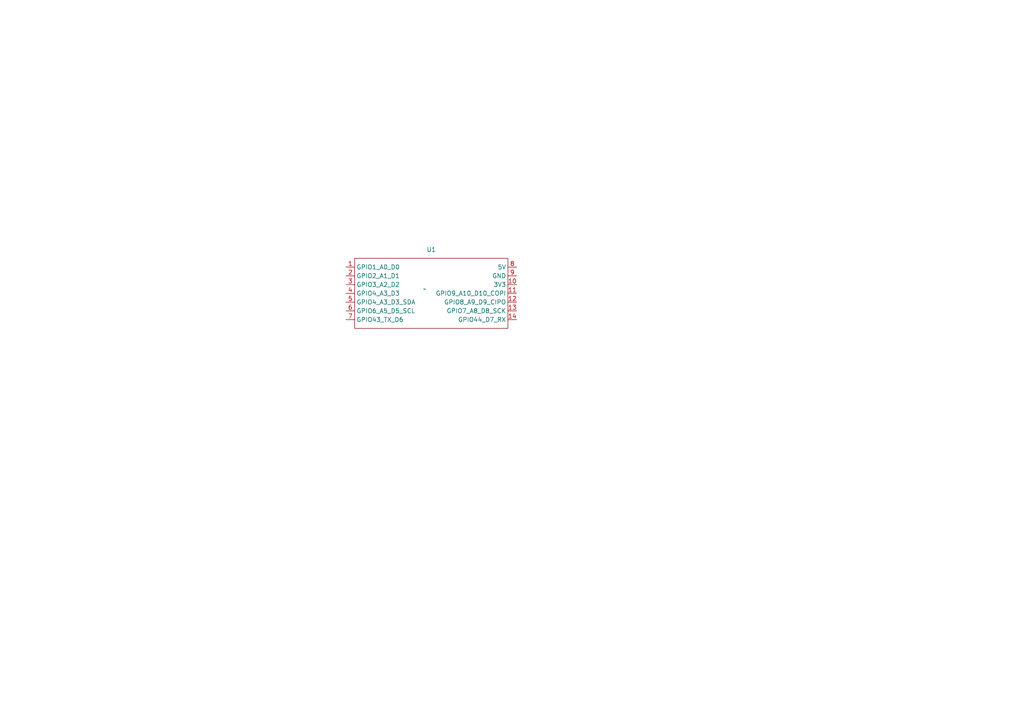
<source format=kicad_sch>
(kicad_sch (version 20230121) (generator eeschema)
  (paper "A4")
  (lib_symbols
    (symbol "demo:XIAO_ESP32_SENSE"
      (property "Reference" "U" (at 0 0 0))
      (symbol "XIAO_ESP32_SENSE_0_1"
        (polyline (pts (xy -20.32 8.89) (xy -20.32 -11.43) (xy 24.13 -11.43) (xy 24.13 8.89) (xy -20.32 8.89)))
      )
      (symbol "XIAO_ESP32_SENSE_1_1"
        (pin bidirectional line (at -22.86 6.35 0) (length 2.54) (name "GPIO1_A0_D0") (number "1"))
        (pin bidirectional line (at 26.67 1.27 180) (length 2.54) (name "3V3") (number "10"))
        (pin bidirectional line (at 26.67 -1.27 180) (length 2.54) (name "GPIO9_A10_D10_COPI") (number "11"))
        (pin bidirectional line (at 26.67 -3.81 180) (length 2.54) (name "GPIO8_A9_D9_CIPO") (number "12"))
        (pin bidirectional line (at 26.67 -6.35 180) (length 2.54) (name "GPIO7_A8_D8_SCK") (number "13"))
        (pin bidirectional line (at 26.67 -8.89 180) (length 2.54) (name "GPIO44_D7_RX") (number "14"))
        (pin bidirectional line (at -22.86 3.81 0) (length 2.54) (name "GPIO2_A1_D1") (number "2"))
        (pin bidirectional line (at -22.86 1.27 0) (length 2.54) (name "GPIO3_A2_D2") (number "3"))
        (pin bidirectional line (at -22.86 -1.27 0) (length 2.54) (name "GPIO4_A3_D3") (number "4"))
        (pin bidirectional line (at -22.86 -3.81 0) (length 2.54) (name "GPIO4_A3_D3_SDA") (number "5"))
        (pin bidirectional line (at -22.86 -6.35 0) (length 2.54) (name "GPIO6_A5_D5_SCL") (number "6"))
        (pin bidirectional line (at -22.86 -8.89 0) (length 2.54) (name "GPIO43_TX_D6") (number "7"))
        (pin bidirectional line (at 26.67 6.35 180) (length 2.54) (name "5V") (number "8"))
        (pin bidirectional line (at 26.67 3.81 180) (length 2.54) (name "GND") (number "9"))
      )
    )
  )
  (symbol (lib_id "demo:XIAO_ESP32_SENSE") (at 123.19 83.82 0) (unit 1)
    (property "Reference" "U1" (at 125.095 72.39 0))
    (property "Value" "~" (at 123.19 83.82 0))
  )
)
</source>
